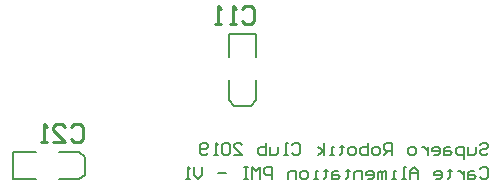
<source format=gbo>
G04 Layer_Color=32896*
%FSLAX25Y25*%
%MOIN*%
G70*
G01*
G75*
%ADD29C,0.01000*%
%ADD30C,0.00787*%
%ADD46C,0.00700*%
D29*
X150486Y20409D02*
X151486Y21409D01*
X153485D01*
X154485Y20409D01*
Y16411D01*
X153485Y15411D01*
X151486D01*
X150486Y16411D01*
X144488Y15411D02*
X148487D01*
X144488Y19410D01*
Y20409D01*
X145488Y21409D01*
X147487D01*
X148487Y20409D01*
X142489Y15411D02*
X140490D01*
X141489D01*
Y21409D01*
X142489Y20409D01*
X207416Y59809D02*
X208416Y60809D01*
X210415D01*
X211415Y59809D01*
Y55811D01*
X210415Y54811D01*
X208416D01*
X207416Y55811D01*
X205417Y54811D02*
X203418D01*
X204417D01*
Y60809D01*
X205417Y59809D01*
X200418Y54811D02*
X198419D01*
X199419D01*
Y60809D01*
X200418Y59809D01*
D30*
X131083Y12028D02*
X138563D01*
X131083Y2972D02*
X138563D01*
X131083D02*
Y12028D01*
X155098Y4547D02*
Y10453D01*
X146437Y12028D02*
X153130D01*
Y2972D02*
X155098Y4547D01*
X153130Y12028D02*
X155098Y10453D01*
X146437Y2972D02*
X153130D01*
X212028Y43937D02*
Y51417D01*
X202972Y43937D02*
Y51417D01*
X212028D01*
X204547Y27402D02*
X210453D01*
X212028Y29370D02*
Y36063D01*
X202972Y29370D02*
X204547Y27402D01*
X210453D02*
X212028Y29370D01*
X202972Y29370D02*
Y36063D01*
D46*
X286634Y14344D02*
X287301Y15010D01*
X288634D01*
X289300Y14344D01*
Y13677D01*
X288634Y13011D01*
X287301D01*
X286634Y12344D01*
Y11678D01*
X287301Y11011D01*
X288634D01*
X289300Y11678D01*
X285301Y13677D02*
Y11678D01*
X284635Y11011D01*
X282635D01*
Y13677D01*
X281303Y9678D02*
Y13677D01*
X279303D01*
X278637Y13011D01*
Y11678D01*
X279303Y11011D01*
X281303D01*
X276637Y13677D02*
X275305D01*
X274638Y13011D01*
Y11011D01*
X276637D01*
X277304Y11678D01*
X276637Y12344D01*
X274638D01*
X271306Y11011D02*
X272639D01*
X273305Y11678D01*
Y13011D01*
X272639Y13677D01*
X271306D01*
X270639Y13011D01*
Y12344D01*
X273305D01*
X269306Y13677D02*
Y11011D01*
Y12344D01*
X268640Y13011D01*
X267973Y13677D01*
X267307D01*
X264641Y11011D02*
X263308D01*
X262642Y11678D01*
Y13011D01*
X263308Y13677D01*
X264641D01*
X265308Y13011D01*
Y11678D01*
X264641Y11011D01*
X257310D02*
Y15010D01*
X255311D01*
X254644Y14344D01*
Y13011D01*
X255311Y12344D01*
X257310D01*
X255977D02*
X254644Y11011D01*
X252645D02*
X251312D01*
X250646Y11678D01*
Y13011D01*
X251312Y13677D01*
X252645D01*
X253312Y13011D01*
Y11678D01*
X252645Y11011D01*
X249313Y15010D02*
Y11011D01*
X247313D01*
X246647Y11678D01*
Y12344D01*
Y13011D01*
X247313Y13677D01*
X249313D01*
X244648Y11011D02*
X243315D01*
X242648Y11678D01*
Y13011D01*
X243315Y13677D01*
X244648D01*
X245314Y13011D01*
Y11678D01*
X244648Y11011D01*
X240649Y14344D02*
Y13677D01*
X241316D01*
X239983D01*
X240649D01*
Y11678D01*
X239983Y11011D01*
X237983D02*
X236650D01*
X237317D01*
Y13677D01*
X237983D01*
X234651Y11011D02*
Y15010D01*
Y12344D02*
X232652Y13677D01*
X234651Y12344D02*
X232652Y11011D01*
X223988Y14344D02*
X224654Y15010D01*
X225987D01*
X226654Y14344D01*
Y11678D01*
X225987Y11011D01*
X224654D01*
X223988Y11678D01*
X222655Y11011D02*
X221322D01*
X221988D01*
Y15010D01*
X222655D01*
X219323Y13677D02*
Y11678D01*
X218656Y11011D01*
X216657D01*
Y13677D01*
X215324Y15010D02*
Y11011D01*
X213324D01*
X212658Y11678D01*
Y12344D01*
Y13011D01*
X213324Y13677D01*
X215324D01*
X204661Y11011D02*
X207326D01*
X204661Y13677D01*
Y14344D01*
X205327Y15010D01*
X206660D01*
X207326Y14344D01*
X203328D02*
X202661Y15010D01*
X201328D01*
X200662Y14344D01*
Y11678D01*
X201328Y11011D01*
X202661D01*
X203328Y11678D01*
Y14344D01*
X199329Y11011D02*
X197996D01*
X198663D01*
Y15010D01*
X199329Y14344D01*
X195997Y11678D02*
X195330Y11011D01*
X193997D01*
X193331Y11678D01*
Y14344D01*
X193997Y15010D01*
X195330D01*
X195997Y14344D01*
Y13677D01*
X195330Y13011D01*
X193331D01*
X286634Y6532D02*
X287301Y7199D01*
X288634D01*
X289300Y6532D01*
Y3866D01*
X288634Y3200D01*
X287301D01*
X286634Y3866D01*
X284635Y5866D02*
X283302D01*
X282635Y5199D01*
Y3200D01*
X284635D01*
X285301Y3866D01*
X284635Y4533D01*
X282635D01*
X281303Y5866D02*
Y3200D01*
Y4533D01*
X280636Y5199D01*
X279970Y5866D01*
X279303D01*
X276637Y6532D02*
Y5866D01*
X277304D01*
X275971D01*
X276637D01*
Y3866D01*
X275971Y3200D01*
X271972D02*
X273305D01*
X273972Y3866D01*
Y5199D01*
X273305Y5866D01*
X271972D01*
X271306Y5199D01*
Y4533D01*
X273972D01*
X265974Y3200D02*
Y5866D01*
X264641Y7199D01*
X263308Y5866D01*
Y3200D01*
Y5199D01*
X265974D01*
X261976Y3200D02*
X260643D01*
X261309D01*
Y7199D01*
X261976D01*
X258643Y3200D02*
X257310D01*
X257977D01*
Y5866D01*
X258643D01*
X255311Y3200D02*
Y5866D01*
X254644D01*
X253978Y5199D01*
Y3200D01*
Y5199D01*
X253312Y5866D01*
X252645Y5199D01*
Y3200D01*
X249313D02*
X250646D01*
X251312Y3866D01*
Y5199D01*
X250646Y5866D01*
X249313D01*
X248646Y5199D01*
Y4533D01*
X251312D01*
X247313Y3200D02*
Y5866D01*
X245314D01*
X244648Y5199D01*
Y3200D01*
X242648Y6532D02*
Y5866D01*
X243315D01*
X241982D01*
X242648D01*
Y3866D01*
X241982Y3200D01*
X239316Y5866D02*
X237983D01*
X237317Y5199D01*
Y3200D01*
X239316D01*
X239983Y3866D01*
X239316Y4533D01*
X237317D01*
X235317Y6532D02*
Y5866D01*
X235984D01*
X234651D01*
X235317D01*
Y3866D01*
X234651Y3200D01*
X232652D02*
X231319D01*
X231985D01*
Y5866D01*
X232652D01*
X228653Y3200D02*
X227320D01*
X226654Y3866D01*
Y5199D01*
X227320Y5866D01*
X228653D01*
X229319Y5199D01*
Y3866D01*
X228653Y3200D01*
X225321D02*
Y5866D01*
X223321D01*
X222655Y5199D01*
Y3200D01*
X217323D02*
Y7199D01*
X215324D01*
X214657Y6532D01*
Y5199D01*
X215324Y4533D01*
X217323D01*
X213324Y3200D02*
Y7199D01*
X211992Y5866D01*
X210659Y7199D01*
Y3200D01*
X209326Y7199D02*
X207993D01*
X208659D01*
Y3200D01*
X209326D01*
X207993D01*
X201995Y5199D02*
X199329D01*
X193997Y7199D02*
Y4533D01*
X192665Y3200D01*
X191332Y4533D01*
Y7199D01*
X189999Y3200D02*
X188666D01*
X189332D01*
Y7199D01*
X189999Y6532D01*
M02*

</source>
